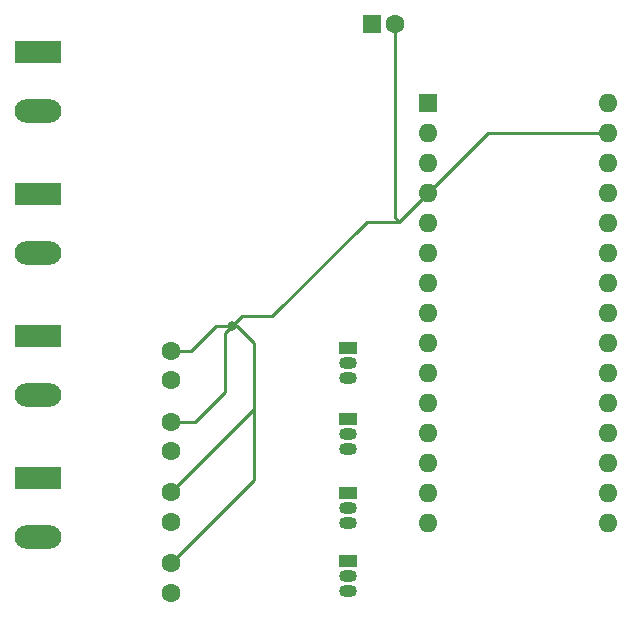
<source format=gbr>
%TF.GenerationSoftware,KiCad,Pcbnew,7.0.2-0*%
%TF.CreationDate,2023-05-07T21:32:26-07:00*%
%TF.ProjectId,VR-better,56522d62-6574-4746-9572-2e6b69636164,rev?*%
%TF.SameCoordinates,Original*%
%TF.FileFunction,Copper,L2,Bot*%
%TF.FilePolarity,Positive*%
%FSLAX46Y46*%
G04 Gerber Fmt 4.6, Leading zero omitted, Abs format (unit mm)*
G04 Created by KiCad (PCBNEW 7.0.2-0) date 2023-05-07 21:32:26*
%MOMM*%
%LPD*%
G01*
G04 APERTURE LIST*
%TA.AperFunction,ComponentPad*%
%ADD10R,1.500000X1.050000*%
%TD*%
%TA.AperFunction,ComponentPad*%
%ADD11O,1.500000X1.050000*%
%TD*%
%TA.AperFunction,ComponentPad*%
%ADD12C,1.600000*%
%TD*%
%TA.AperFunction,ComponentPad*%
%ADD13R,1.600000X1.600000*%
%TD*%
%TA.AperFunction,ComponentPad*%
%ADD14R,3.960000X1.980000*%
%TD*%
%TA.AperFunction,ComponentPad*%
%ADD15O,3.960000X1.980000*%
%TD*%
%TA.AperFunction,ComponentPad*%
%ADD16O,1.600000X1.600000*%
%TD*%
%TA.AperFunction,ViaPad*%
%ADD17C,0.800000*%
%TD*%
%TA.AperFunction,Conductor*%
%ADD18C,0.250000*%
%TD*%
G04 APERTURE END LIST*
D10*
%TO.P,BJT0,1,E*%
%TO.N,Net-(BJT0-E)*%
X87220000Y-129300000D03*
D11*
%TO.P,BJT0,2,B*%
%TO.N,Net-(A1-D7)*%
X87220000Y-130570000D03*
%TO.P,BJT0,3,C*%
%TO.N,Net-(A1-VIN)*%
X87220000Y-131840000D03*
%TD*%
D12*
%TO.P,C0,1*%
%TO.N,Net-(BJT0-E)*%
X72220000Y-132000000D03*
%TO.P,C0,2*%
%TO.N,GND*%
X72220000Y-129500000D03*
%TD*%
%TO.P,C_Pow1,2*%
%TO.N,GND*%
X91220000Y-101840000D03*
D13*
%TO.P,C_Pow1,1*%
%TO.N,Net-(A1-VIN)*%
X89220000Y-101840000D03*
%TD*%
D14*
%TO.P,DOWN(3),1,Pin_1*%
%TO.N,GND*%
X61000000Y-140235000D03*
D15*
%TO.P,DOWN(3),2,Pin_2*%
%TO.N,Net-(BJT3-E)*%
X61000000Y-145235000D03*
%TD*%
D11*
%TO.P,BJT2,3,C*%
%TO.N,Net-(A1-VIN)*%
X87220000Y-144110000D03*
%TO.P,BJT2,2,B*%
%TO.N,Net-(A1-D9)*%
X87220000Y-142840000D03*
D10*
%TO.P,BJT2,1,E*%
%TO.N,Net-(BJT2-E)*%
X87220000Y-141570000D03*
%TD*%
D11*
%TO.P,BJT3,3,C*%
%TO.N,Net-(A1-VIN)*%
X87220000Y-149840000D03*
%TO.P,BJT3,2,B*%
%TO.N,Net-(A1-D10)*%
X87220000Y-148570000D03*
D10*
%TO.P,BJT3,1,E*%
%TO.N,Net-(BJT3-E)*%
X87220000Y-147300000D03*
%TD*%
D14*
%TO.P,LEFT(0),1,Pin_1*%
%TO.N,GND*%
X61000000Y-104235000D03*
D15*
%TO.P,LEFT(0),2,Pin_2*%
%TO.N,Net-(BJT0-E)*%
X61000000Y-109235000D03*
%TD*%
%TO.P,RIGHT(1),2,Pin_2*%
%TO.N,Net-(BJT1-E)*%
X61000000Y-121235000D03*
D14*
%TO.P,RIGHT(1),1,Pin_1*%
%TO.N,GND*%
X61000000Y-116235000D03*
%TD*%
D12*
%TO.P,C3,2*%
%TO.N,GND*%
X72220000Y-147500000D03*
%TO.P,C3,1*%
%TO.N,Net-(BJT3-E)*%
X72220000Y-150000000D03*
%TD*%
%TO.P,C2,2*%
%TO.N,GND*%
X72220000Y-141500000D03*
%TO.P,C2,1*%
%TO.N,Net-(BJT2-E)*%
X72220000Y-144000000D03*
%TD*%
D13*
%TO.P,A1,1,D1/TX*%
%TO.N,unconnected-(A1-D1{slash}TX-Pad1)*%
X93954600Y-108559600D03*
D16*
%TO.P,A1,2,D0/RX*%
%TO.N,unconnected-(A1-D0{slash}RX-Pad2)*%
X93954600Y-111099600D03*
%TO.P,A1,3,~{RESET}*%
%TO.N,unconnected-(A1-~{RESET}-Pad3)*%
X93954600Y-113639600D03*
%TO.P,A1,4,GND*%
%TO.N,GND*%
X93954600Y-116179600D03*
%TO.P,A1,5,D2*%
%TO.N,unconnected-(A1-D2-Pad5)*%
X93954600Y-118719600D03*
%TO.P,A1,6,D3*%
%TO.N,unconnected-(A1-D3-Pad6)*%
X93954600Y-121259600D03*
%TO.P,A1,7,D4*%
%TO.N,unconnected-(A1-D4-Pad7)*%
X93954600Y-123799600D03*
%TO.P,A1,8,D5*%
%TO.N,unconnected-(A1-D5-Pad8)*%
X93954600Y-126339600D03*
%TO.P,A1,9,D6*%
%TO.N,unconnected-(A1-D6-Pad9)*%
X93954600Y-128879600D03*
%TO.P,A1,10,D7*%
%TO.N,Net-(A1-D7)*%
X93954600Y-131419600D03*
%TO.P,A1,11,D8*%
%TO.N,Net-(A1-D8)*%
X93954600Y-133959600D03*
%TO.P,A1,12,D9*%
%TO.N,Net-(A1-D9)*%
X93954600Y-136499600D03*
%TO.P,A1,13,D10*%
%TO.N,Net-(A1-D10)*%
X93954600Y-139039600D03*
%TO.P,A1,14,D11*%
%TO.N,unconnected-(A1-D11-Pad14)*%
X93954600Y-141579600D03*
%TO.P,A1,15,D12*%
%TO.N,unconnected-(A1-D12-Pad15)*%
X93954600Y-144119600D03*
%TO.P,A1,16,D13*%
%TO.N,unconnected-(A1-D13-Pad16)*%
X109194600Y-144119600D03*
%TO.P,A1,17,3V3*%
%TO.N,unconnected-(A1-3V3-Pad17)*%
X109194600Y-141579600D03*
%TO.P,A1,18,AREF*%
%TO.N,unconnected-(A1-AREF-Pad18)*%
X109194600Y-139039600D03*
%TO.P,A1,19,A0*%
%TO.N,unconnected-(A1-A0-Pad19)*%
X109194600Y-136499600D03*
%TO.P,A1,20,A1*%
%TO.N,unconnected-(A1-A1-Pad20)*%
X109194600Y-133959600D03*
%TO.P,A1,21,A2*%
%TO.N,unconnected-(A1-A2-Pad21)*%
X109194600Y-131419600D03*
%TO.P,A1,22,A3*%
%TO.N,unconnected-(A1-A3-Pad22)*%
X109194600Y-128879600D03*
%TO.P,A1,23,A4*%
%TO.N,unconnected-(A1-A4-Pad23)*%
X109194600Y-126339600D03*
%TO.P,A1,24,A5*%
%TO.N,unconnected-(A1-A5-Pad24)*%
X109194600Y-123799600D03*
%TO.P,A1,25,A6*%
%TO.N,unconnected-(A1-A6-Pad25)*%
X109194600Y-121259600D03*
%TO.P,A1,26,A7*%
%TO.N,unconnected-(A1-A7-Pad26)*%
X109194600Y-118719600D03*
%TO.P,A1,27,+5V*%
%TO.N,unconnected-(A1-+5V-Pad27)*%
X109194600Y-116179600D03*
%TO.P,A1,28,~{RESET}*%
%TO.N,unconnected-(A1-~{RESET}-Pad28)*%
X109194600Y-113639600D03*
%TO.P,A1,29,GND*%
%TO.N,GND*%
X109194600Y-111099600D03*
%TO.P,A1,30,VIN*%
%TO.N,Net-(A1-VIN)*%
X109194600Y-108559600D03*
%TD*%
D14*
%TO.P,UP(2),1,Pin_1*%
%TO.N,GND*%
X61000000Y-128235000D03*
D15*
%TO.P,UP(2),2,Pin_2*%
%TO.N,Net-(BJT2-E)*%
X61000000Y-133235000D03*
%TD*%
D12*
%TO.P,C1,2*%
%TO.N,GND*%
X72220000Y-135500000D03*
%TO.P,C1,1*%
%TO.N,Net-(BJT1-E)*%
X72220000Y-138000000D03*
%TD*%
D10*
%TO.P,BJT1,1,E*%
%TO.N,Net-(BJT1-E)*%
X87220000Y-135300000D03*
D11*
%TO.P,BJT1,2,B*%
%TO.N,Net-(A1-D8)*%
X87220000Y-136570000D03*
%TO.P,BJT1,3,C*%
%TO.N,Net-(A1-VIN)*%
X87220000Y-137840000D03*
%TD*%
D17*
%TO.N,GND*%
X77393800Y-127406400D03*
%TD*%
D18*
%TO.N,GND*%
X72220000Y-135500000D02*
X74278600Y-135500000D01*
X72220000Y-129500000D02*
X73928600Y-129500000D01*
X73928600Y-129500000D02*
X76022200Y-127406400D01*
X77393800Y-127406400D02*
X77825600Y-127406400D01*
X77393800Y-127406400D02*
X78232000Y-126568200D01*
X77393800Y-127406400D02*
X76022200Y-127406400D01*
X77393800Y-127406400D02*
X76758800Y-128041400D01*
X76758800Y-128041400D02*
X76758800Y-133019800D01*
X76758800Y-133019800D02*
X74278600Y-135500000D01*
X79273400Y-128854200D02*
X79273400Y-128981200D01*
X77825600Y-127406400D02*
X79273400Y-128854200D01*
X78232000Y-126568200D02*
X80797400Y-126568200D01*
X80797400Y-126568200D02*
X88798400Y-118567200D01*
X88798400Y-118567200D02*
X91567000Y-118567200D01*
X79273400Y-140446600D02*
X72220000Y-147500000D01*
X79273400Y-128981200D02*
X79273400Y-140446600D01*
X79273400Y-128981200D02*
X79273400Y-134446600D01*
X79273400Y-134446600D02*
X72220000Y-141500000D01*
X91643200Y-118491000D02*
X93954600Y-116179600D01*
X91567000Y-118567200D02*
X91643200Y-118491000D01*
X91643200Y-118491000D02*
X99034600Y-111099600D01*
X99034600Y-111099600D02*
X109194600Y-111099600D01*
X91220000Y-101840000D02*
X91220000Y-118220200D01*
X91220000Y-118220200D02*
X91567000Y-118567200D01*
%TD*%
M02*

</source>
